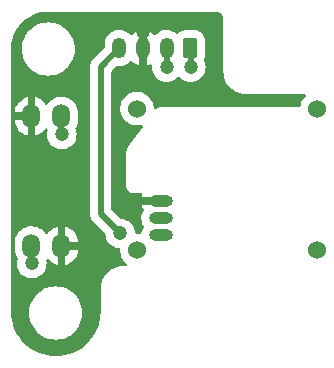
<source format=gbr>
G04 #@! TF.GenerationSoftware,KiCad,Pcbnew,5.99.0-unknown-bf85ddd577~142~ubuntu20.04.1*
G04 #@! TF.CreationDate,2021-11-09T17:07:53-05:00*
G04 #@! TF.ProjectId,microTouch,6d696372-6f54-46f7-9563-682e6b696361,rev?*
G04 #@! TF.SameCoordinates,Original*
G04 #@! TF.FileFunction,Copper,L2,Bot*
G04 #@! TF.FilePolarity,Positive*
%FSLAX46Y46*%
G04 Gerber Fmt 4.6, Leading zero omitted, Abs format (unit mm)*
G04 Created by KiCad (PCBNEW 5.99.0-unknown-bf85ddd577~142~ubuntu20.04.1) date 2021-11-09 17:07:53*
%MOMM*%
%LPD*%
G01*
G04 APERTURE LIST*
G04 Aperture macros list*
%AMRoundRect*
0 Rectangle with rounded corners*
0 $1 Rounding radius*
0 $2 $3 $4 $5 $6 $7 $8 $9 X,Y pos of 4 corners*
0 Add a 4 corners polygon primitive as box body*
4,1,4,$2,$3,$4,$5,$6,$7,$8,$9,$2,$3,0*
0 Add four circle primitives for the rounded corners*
1,1,$1+$1,$2,$3*
1,1,$1+$1,$4,$5*
1,1,$1+$1,$6,$7*
1,1,$1+$1,$8,$9*
0 Add four rect primitives between the rounded corners*
20,1,$1+$1,$2,$3,$4,$5,0*
20,1,$1+$1,$4,$5,$6,$7,0*
20,1,$1+$1,$6,$7,$8,$9,0*
20,1,$1+$1,$8,$9,$2,$3,0*%
G04 Aperture macros list end*
G04 #@! TA.AperFunction,ComponentPad*
%ADD10O,1.524000X2.000000*%
G04 #@! TD*
G04 #@! TA.AperFunction,ComponentPad*
%ADD11O,2.000000X1.000000*%
G04 #@! TD*
G04 #@! TA.AperFunction,WasherPad*
%ADD12C,1.524000*%
G04 #@! TD*
G04 #@! TA.AperFunction,ComponentPad*
%ADD13RoundRect,0.250000X0.350000X0.625000X-0.350000X0.625000X-0.350000X-0.625000X0.350000X-0.625000X0*%
G04 #@! TD*
G04 #@! TA.AperFunction,ComponentPad*
%ADD14O,1.200000X1.750000*%
G04 #@! TD*
G04 #@! TA.AperFunction,ViaPad*
%ADD15C,1.200000*%
G04 #@! TD*
G04 #@! TA.AperFunction,Conductor*
%ADD16C,0.500000*%
G04 #@! TD*
G04 APERTURE END LIST*
D10*
G04 #@! TO.P,U1,1,A*
G04 #@! TO.N,Net-(R1-Pad2)*
X100818000Y-106826000D03*
G04 #@! TO.P,U1,2,K*
G04 #@! TO.N,GND*
X103358000Y-106826000D03*
G04 #@! TO.P,U1,3*
G04 #@! TO.N,/SIG*
X103358000Y-95866000D03*
G04 #@! TO.P,U1,4*
G04 #@! TO.N,GND*
X100818000Y-95866000D03*
G04 #@! TD*
D11*
G04 #@! TO.P,J1,3,Pin_3*
G04 #@! TO.N,GND*
X111749000Y-103019000D03*
G04 #@! TO.P,J1,2,Pin_2*
G04 #@! TO.N,/VCC*
X111749000Y-104469000D03*
G04 #@! TO.P,J1,1,Pin_1*
G04 #@! TO.N,/SERVO*
X111749000Y-105919000D03*
D12*
G04 #@! TO.P,J1,*
G04 #@! TO.N,*
X109749000Y-95219000D03*
X124989000Y-95219000D03*
X124989000Y-107219000D03*
X109749000Y-107219000D03*
G04 #@! TD*
D13*
G04 #@! TO.P,J2,1,Pin_1*
G04 #@! TO.N,/VCC*
X114252000Y-90085000D03*
D14*
G04 #@! TO.P,J2,2,Pin_2*
G04 #@! TO.N,/SIG*
X112252000Y-90085000D03*
G04 #@! TO.P,J2,3,Pin_3*
G04 #@! TO.N,GND*
X110252000Y-90085000D03*
G04 #@! TO.P,J2,4,Pin_4*
G04 #@! TO.N,/SERVO*
X108252000Y-90085000D03*
G04 #@! TD*
D15*
G04 #@! TO.N,GND*
X104902000Y-99314000D03*
G04 #@! TO.N,Net-(R1-Pad2)*
X100838000Y-108331000D03*
G04 #@! TO.N,GND*
X110236000Y-88773000D03*
X104648000Y-104394000D03*
X109347000Y-102997000D03*
G04 #@! TO.N,/VCC*
X114300000Y-91694000D03*
G04 #@! TO.N,/SIG*
X112268000Y-91694000D03*
G04 #@! TO.N,/SERVO*
X108331000Y-105791000D03*
G04 #@! TO.N,/SIG*
X103378000Y-97409000D03*
G04 #@! TD*
D16*
G04 #@! TO.N,Net-(R1-Pad2)*
X100838000Y-108331000D02*
X100818000Y-108311000D01*
X100818000Y-108311000D02*
X100818000Y-106426000D01*
G04 #@! TO.N,/SIG*
X103378000Y-97409000D02*
X103358000Y-97389000D01*
X103358000Y-97389000D02*
X103358000Y-96266000D01*
G04 #@! TO.N,/SERVO*
X108331000Y-105791000D02*
X106680000Y-104140000D01*
X106680000Y-104140000D02*
X106680000Y-91657000D01*
X106680000Y-91657000D02*
X108252000Y-90085000D01*
G04 #@! TO.N,/VCC*
X114300000Y-91694000D02*
X114300000Y-90133000D01*
X114300000Y-90133000D02*
X114252000Y-90085000D01*
G04 #@! TO.N,/SIG*
X112268000Y-90101000D02*
X112252000Y-90085000D01*
X112268000Y-91694000D02*
X112268000Y-90101000D01*
G04 #@! TD*
G04 #@! TA.AperFunction,Conductor*
G04 #@! TO.N,GND*
G36*
X116415317Y-87011078D02*
G01*
X116435587Y-87013747D01*
X116435591Y-87013747D01*
X116443118Y-87014738D01*
X116453852Y-87013553D01*
X116481782Y-87013584D01*
X116539815Y-87020123D01*
X116573833Y-87023956D01*
X116601335Y-87030233D01*
X116705587Y-87066712D01*
X116731001Y-87078951D01*
X116815430Y-87132001D01*
X116824519Y-87137712D01*
X116846578Y-87155304D01*
X116924670Y-87233396D01*
X116942262Y-87255455D01*
X117001022Y-87348971D01*
X117013262Y-87374387D01*
X117049740Y-87478635D01*
X117056018Y-87506140D01*
X117065650Y-87591620D01*
X117065493Y-87608004D01*
X117066307Y-87608013D01*
X117066228Y-87615611D01*
X117065236Y-87623142D01*
X117066070Y-87630692D01*
X117069213Y-87659165D01*
X117069974Y-87672992D01*
X117069974Y-92019832D01*
X117068717Y-92037586D01*
X117065344Y-92061286D01*
X117065200Y-92074999D01*
X117065696Y-92079095D01*
X117065696Y-92079099D01*
X117066211Y-92083350D01*
X117066854Y-92090251D01*
X117081693Y-92316657D01*
X117082315Y-92326148D01*
X117083117Y-92330181D01*
X117083118Y-92330187D01*
X117130611Y-92568949D01*
X117131417Y-92572999D01*
X117132744Y-92576908D01*
X117132745Y-92576912D01*
X117195040Y-92760427D01*
X117212319Y-92811329D01*
X117323637Y-93037060D01*
X117463467Y-93246330D01*
X117629415Y-93435559D01*
X117818644Y-93601507D01*
X118027914Y-93741337D01*
X118031613Y-93743161D01*
X118031618Y-93743164D01*
X118146814Y-93799972D01*
X118253645Y-93852655D01*
X118257550Y-93853980D01*
X118257551Y-93853981D01*
X118488062Y-93932229D01*
X118488066Y-93932230D01*
X118491975Y-93933557D01*
X118496019Y-93934361D01*
X118496025Y-93934363D01*
X118734787Y-93981856D01*
X118734793Y-93981857D01*
X118738826Y-93982659D01*
X118742931Y-93982928D01*
X118742938Y-93982929D01*
X118829573Y-93988607D01*
X118899801Y-93993210D01*
X118901537Y-93993377D01*
X118907860Y-93995000D01*
X118922988Y-93995000D01*
X118931228Y-93995270D01*
X118939022Y-93995781D01*
X118953144Y-93996706D01*
X118962643Y-93997692D01*
X118976262Y-93999630D01*
X118982925Y-93999700D01*
X118985842Y-93999731D01*
X118985848Y-93999731D01*
X118989975Y-93999774D01*
X119021879Y-93995913D01*
X119037018Y-93995000D01*
X123910132Y-93995000D01*
X123978253Y-94015002D01*
X124024746Y-94068658D01*
X124034850Y-94138932D01*
X124001226Y-94208050D01*
X123953496Y-94257997D01*
X123896701Y-94317430D01*
X123887519Y-94327038D01*
X123884605Y-94331310D01*
X123884604Y-94331311D01*
X123867272Y-94356719D01*
X123756629Y-94518916D01*
X123658835Y-94729595D01*
X123657453Y-94734577D01*
X123657453Y-94734578D01*
X123655586Y-94741310D01*
X123596764Y-94953417D01*
X123593121Y-94987511D01*
X123592279Y-94995388D01*
X123565152Y-95060998D01*
X123506860Y-95101526D01*
X123466992Y-95108000D01*
X111782715Y-95108000D01*
X111775343Y-95107784D01*
X111766561Y-95107269D01*
X111716053Y-95104309D01*
X111708273Y-95105828D01*
X111708270Y-95105828D01*
X111661034Y-95115050D01*
X111652684Y-95116391D01*
X111604932Y-95122423D01*
X111604929Y-95122424D01*
X111597067Y-95123417D01*
X111589697Y-95126335D01*
X111587361Y-95127260D01*
X111565118Y-95133775D01*
X111562643Y-95134258D01*
X111562642Y-95134258D01*
X111554868Y-95135776D01*
X111547712Y-95139181D01*
X111547709Y-95139182D01*
X111504252Y-95159859D01*
X111496501Y-95163233D01*
X111451744Y-95180954D01*
X111451739Y-95180957D01*
X111444371Y-95183874D01*
X111435924Y-95190012D01*
X111415997Y-95201853D01*
X111406572Y-95206338D01*
X111367203Y-95239193D01*
X111302090Y-95267482D01*
X111232015Y-95256078D01*
X111179230Y-95208598D01*
X111160897Y-95152779D01*
X111150716Y-95028949D01*
X111147309Y-94987511D01*
X111106504Y-94825059D01*
X111091984Y-94767251D01*
X111091983Y-94767247D01*
X111090725Y-94762240D01*
X111088668Y-94757510D01*
X111088666Y-94757503D01*
X111000168Y-94553971D01*
X111000166Y-94553968D01*
X110998108Y-94549234D01*
X110892224Y-94385562D01*
X110874755Y-94358559D01*
X110874753Y-94358556D01*
X110871945Y-94354216D01*
X110843815Y-94323301D01*
X110719102Y-94186244D01*
X110719100Y-94186243D01*
X110715624Y-94182422D01*
X110711573Y-94179223D01*
X110711569Y-94179219D01*
X110537399Y-94041668D01*
X110537394Y-94041665D01*
X110533345Y-94038467D01*
X110528829Y-94035974D01*
X110528826Y-94035972D01*
X110334525Y-93928712D01*
X110334521Y-93928710D01*
X110330001Y-93926215D01*
X110325132Y-93924491D01*
X110325128Y-93924489D01*
X110115923Y-93850406D01*
X110115921Y-93850405D01*
X110111054Y-93848682D01*
X109996719Y-93828315D01*
X109887472Y-93808855D01*
X109887468Y-93808855D01*
X109882384Y-93807949D01*
X109809601Y-93807060D01*
X109655301Y-93805175D01*
X109655299Y-93805175D01*
X109650131Y-93805112D01*
X109420534Y-93840245D01*
X109199758Y-93912406D01*
X109159127Y-93933557D01*
X109006942Y-94012780D01*
X108993733Y-94019656D01*
X108989600Y-94022759D01*
X108989597Y-94022761D01*
X108834871Y-94138932D01*
X108807990Y-94159115D01*
X108804418Y-94162853D01*
X108656701Y-94317430D01*
X108647519Y-94327038D01*
X108644605Y-94331310D01*
X108644604Y-94331311D01*
X108627272Y-94356719D01*
X108516629Y-94518916D01*
X108418835Y-94729595D01*
X108417453Y-94734577D01*
X108417453Y-94734578D01*
X108415586Y-94741310D01*
X108356764Y-94953417D01*
X108332082Y-95184371D01*
X108332379Y-95189524D01*
X108332379Y-95189527D01*
X108343889Y-95389148D01*
X108345452Y-95416256D01*
X108346589Y-95421302D01*
X108346590Y-95421308D01*
X108374324Y-95544369D01*
X108396516Y-95642843D01*
X108483902Y-95858047D01*
X108605262Y-96056090D01*
X108757338Y-96231651D01*
X108936047Y-96380018D01*
X109136587Y-96497204D01*
X109353574Y-96580064D01*
X109358640Y-96581095D01*
X109358641Y-96581095D01*
X109413152Y-96592185D01*
X109581181Y-96626371D01*
X109712296Y-96631179D01*
X109808131Y-96634693D01*
X109808135Y-96634693D01*
X109813295Y-96634882D01*
X109818415Y-96634226D01*
X109818417Y-96634226D01*
X109931357Y-96619758D01*
X110043682Y-96605369D01*
X110048632Y-96603884D01*
X110048641Y-96603882D01*
X110077993Y-96595076D01*
X110148989Y-96594660D01*
X110208939Y-96632693D01*
X110238809Y-96697100D01*
X110229117Y-96767432D01*
X110216454Y-96789380D01*
X109186572Y-98219772D01*
X108976008Y-98512222D01*
X108965606Y-98524852D01*
X108949385Y-98542125D01*
X108949382Y-98542129D01*
X108943960Y-98547903D01*
X108923874Y-98584438D01*
X108923255Y-98585490D01*
X108922608Y-98586389D01*
X108903839Y-98620881D01*
X108903578Y-98621356D01*
X108868515Y-98685134D01*
X108868512Y-98685141D01*
X108864842Y-98691817D01*
X108864489Y-98693192D01*
X108863812Y-98694436D01*
X108844107Y-98772575D01*
X108824000Y-98850886D01*
X108824000Y-98852307D01*
X108823654Y-98853679D01*
X108823687Y-98861298D01*
X108823999Y-98934045D01*
X108824000Y-98934586D01*
X108824000Y-101653650D01*
X108821768Y-101677258D01*
X108820127Y-101685862D01*
X108823751Y-101743463D01*
X108824000Y-101751375D01*
X108824000Y-101767894D01*
X108824496Y-101771820D01*
X108826070Y-101784280D01*
X108826814Y-101792155D01*
X108830439Y-101849766D01*
X108833146Y-101858096D01*
X108838318Y-101881233D01*
X108839417Y-101889933D01*
X108842334Y-101897299D01*
X108842335Y-101897305D01*
X108860670Y-101943612D01*
X108863351Y-101951060D01*
X108881188Y-102005956D01*
X108885883Y-102013354D01*
X108896649Y-102034484D01*
X108899874Y-102042629D01*
X108904532Y-102049040D01*
X108904533Y-102049042D01*
X108933805Y-102089331D01*
X108938254Y-102095878D01*
X108969186Y-102144619D01*
X108974966Y-102150047D01*
X108975575Y-102150619D01*
X108991254Y-102168404D01*
X108991742Y-102169076D01*
X108991748Y-102169082D01*
X108996405Y-102175492D01*
X109002513Y-102180545D01*
X109040882Y-102212287D01*
X109046818Y-102217520D01*
X109083127Y-102251616D01*
X109088903Y-102257040D01*
X109095846Y-102260857D01*
X109095847Y-102260858D01*
X109096584Y-102261263D01*
X109116190Y-102274588D01*
X109116835Y-102275122D01*
X109116842Y-102275126D01*
X109122945Y-102280175D01*
X109175200Y-102304764D01*
X109182213Y-102308338D01*
X109232817Y-102336158D01*
X109240493Y-102338129D01*
X109240496Y-102338130D01*
X109241306Y-102338338D01*
X109263622Y-102346373D01*
X109271543Y-102350100D01*
X109321426Y-102359615D01*
X109328244Y-102360916D01*
X109335972Y-102362643D01*
X109391886Y-102377000D01*
X109400650Y-102377000D01*
X109424258Y-102379232D01*
X109432862Y-102380873D01*
X109490464Y-102377249D01*
X109498375Y-102377000D01*
X110080973Y-102377000D01*
X110149094Y-102397002D01*
X110195587Y-102450658D01*
X110205691Y-102520932D01*
X110198003Y-102549690D01*
X110145107Y-102682273D01*
X110145719Y-102689107D01*
X110160871Y-102694000D01*
X110984000Y-102694000D01*
X111052121Y-102714002D01*
X111098614Y-102767658D01*
X111110000Y-102820000D01*
X111110000Y-103217357D01*
X111089998Y-103285478D01*
X111036342Y-103331971D01*
X111018200Y-103338627D01*
X111015920Y-103339270D01*
X110981720Y-103344000D01*
X110161164Y-103344000D01*
X110147633Y-103347973D01*
X110146759Y-103354056D01*
X110204582Y-103510793D01*
X110209532Y-103521171D01*
X110304503Y-103680804D01*
X110322143Y-103749575D01*
X110302780Y-103812462D01*
X110222587Y-103939561D01*
X110219505Y-103944446D01*
X110141152Y-104140840D01*
X110140027Y-104146497D01*
X110140025Y-104146503D01*
X110110482Y-104295031D01*
X110099901Y-104348225D01*
X110099825Y-104354000D01*
X110099825Y-104354004D01*
X110099236Y-104399025D01*
X110097133Y-104559654D01*
X110132941Y-104768047D01*
X110206127Y-104966425D01*
X110209079Y-104971386D01*
X110209079Y-104971387D01*
X110304204Y-105131278D01*
X110321844Y-105200049D01*
X110302481Y-105262936D01*
X110224330Y-105386799D01*
X110219505Y-105394446D01*
X110141152Y-105590840D01*
X110138500Y-105604175D01*
X110114682Y-105723914D01*
X110081774Y-105786823D01*
X110020079Y-105821955D01*
X109969006Y-105823379D01*
X109887472Y-105808855D01*
X109887468Y-105808855D01*
X109882384Y-105807949D01*
X109846915Y-105807516D01*
X109701487Y-105805739D01*
X109633615Y-105784906D01*
X109587782Y-105730686D01*
X109577505Y-105690730D01*
X109570546Y-105611187D01*
X109567207Y-105573023D01*
X109519357Y-105394446D01*
X109511998Y-105366980D01*
X109511997Y-105366978D01*
X109510575Y-105361670D01*
X109508252Y-105356688D01*
X109420425Y-105168343D01*
X109420423Y-105168340D01*
X109418102Y-105163362D01*
X109292598Y-104984123D01*
X109137877Y-104829402D01*
X109133369Y-104826245D01*
X109133366Y-104826243D01*
X108963148Y-104707055D01*
X108963146Y-104707054D01*
X108958639Y-104703898D01*
X108953657Y-104701575D01*
X108953652Y-104701572D01*
X108765312Y-104613748D01*
X108765311Y-104613747D01*
X108760330Y-104611425D01*
X108755022Y-104610003D01*
X108755020Y-104610002D01*
X108679531Y-104589775D01*
X108548977Y-104554793D01*
X108396656Y-104541467D01*
X108330537Y-104515604D01*
X108318542Y-104505042D01*
X107617405Y-103803906D01*
X107583380Y-103741593D01*
X107580500Y-103714810D01*
X107580500Y-92082190D01*
X107600502Y-92014069D01*
X107617405Y-91993095D01*
X107971786Y-91638714D01*
X108034098Y-91604688D01*
X108068501Y-91603540D01*
X108068585Y-91602085D01*
X108285831Y-91614611D01*
X108285834Y-91614611D01*
X108291438Y-91614934D01*
X108513044Y-91588117D01*
X108726400Y-91522481D01*
X108924759Y-91420099D01*
X108929201Y-91416690D01*
X108929205Y-91416688D01*
X109097410Y-91287620D01*
X109101854Y-91284210D01*
X109105625Y-91280065D01*
X109105629Y-91280062D01*
X109158455Y-91222007D01*
X109219095Y-91185084D01*
X109290071Y-91186807D01*
X109339334Y-91216322D01*
X109458142Y-91331456D01*
X109466824Y-91338486D01*
X109642721Y-91456684D01*
X109652510Y-91462065D01*
X109846553Y-91547245D01*
X109857141Y-91550808D01*
X109909383Y-91563350D01*
X109923469Y-91562645D01*
X109927000Y-91553765D01*
X109927000Y-91549804D01*
X110577000Y-91549804D01*
X110580973Y-91563335D01*
X110588421Y-91564406D01*
X110720848Y-91523665D01*
X110731203Y-91519440D01*
X110838785Y-91463912D01*
X110908492Y-91450442D01*
X110974415Y-91476797D01*
X111015625Y-91534609D01*
X111022096Y-91586858D01*
X111019801Y-91613096D01*
X111012723Y-91694000D01*
X111031793Y-91911977D01*
X111053529Y-91993095D01*
X111078634Y-92086788D01*
X111088425Y-92123330D01*
X111180898Y-92321638D01*
X111306402Y-92500877D01*
X111461123Y-92655598D01*
X111465631Y-92658755D01*
X111465634Y-92658757D01*
X111536133Y-92708121D01*
X111640361Y-92781102D01*
X111645343Y-92783425D01*
X111645348Y-92783428D01*
X111833688Y-92871252D01*
X111838670Y-92873575D01*
X111843978Y-92874997D01*
X111843980Y-92874998D01*
X111909745Y-92892620D01*
X112050023Y-92930207D01*
X112268000Y-92949277D01*
X112485977Y-92930207D01*
X112626255Y-92892620D01*
X112692020Y-92874998D01*
X112692022Y-92874997D01*
X112697330Y-92873575D01*
X112702312Y-92871252D01*
X112890652Y-92783428D01*
X112890657Y-92783425D01*
X112895639Y-92781102D01*
X112999867Y-92708121D01*
X113070366Y-92658757D01*
X113070369Y-92658755D01*
X113074877Y-92655598D01*
X113194905Y-92535570D01*
X113257217Y-92501544D01*
X113328032Y-92506609D01*
X113373095Y-92535570D01*
X113493123Y-92655598D01*
X113497631Y-92658755D01*
X113497634Y-92658757D01*
X113568133Y-92708121D01*
X113672361Y-92781102D01*
X113677343Y-92783425D01*
X113677348Y-92783428D01*
X113865688Y-92871252D01*
X113870670Y-92873575D01*
X113875978Y-92874997D01*
X113875980Y-92874998D01*
X113941745Y-92892620D01*
X114082023Y-92930207D01*
X114300000Y-92949277D01*
X114517977Y-92930207D01*
X114658255Y-92892620D01*
X114724020Y-92874998D01*
X114724022Y-92874997D01*
X114729330Y-92873575D01*
X114734312Y-92871252D01*
X114922652Y-92783428D01*
X114922657Y-92783425D01*
X114927639Y-92781102D01*
X115031867Y-92708121D01*
X115102366Y-92658757D01*
X115102369Y-92658755D01*
X115106877Y-92655598D01*
X115261598Y-92500877D01*
X115387102Y-92321638D01*
X115479575Y-92123330D01*
X115489367Y-92086788D01*
X115514471Y-91993095D01*
X115536207Y-91911977D01*
X115555277Y-91694000D01*
X115536207Y-91476023D01*
X115486018Y-91288716D01*
X115480998Y-91269980D01*
X115480997Y-91269978D01*
X115479575Y-91264670D01*
X115434089Y-91167125D01*
X115423428Y-91096933D01*
X115436017Y-91056673D01*
X115444322Y-91040372D01*
X115447320Y-91034488D01*
X115456794Y-90999129D01*
X115494818Y-90857223D01*
X115494819Y-90857217D01*
X115496312Y-90851645D01*
X115502500Y-90773021D01*
X115502499Y-89396980D01*
X115496312Y-89318355D01*
X115447320Y-89135512D01*
X115401732Y-89046040D01*
X115364380Y-88972732D01*
X115364378Y-88972729D01*
X115361383Y-88966851D01*
X115357230Y-88961722D01*
X115357227Y-88961718D01*
X115246412Y-88824874D01*
X115242257Y-88819743D01*
X115153357Y-88747753D01*
X115100282Y-88704773D01*
X115100278Y-88704770D01*
X115095149Y-88700617D01*
X115089271Y-88697622D01*
X115089268Y-88697620D01*
X115012334Y-88658420D01*
X114926488Y-88614680D01*
X114920114Y-88612972D01*
X114749223Y-88567182D01*
X114749217Y-88567181D01*
X114743645Y-88565688D01*
X114733747Y-88564909D01*
X114667477Y-88559693D01*
X114667470Y-88559693D01*
X114665021Y-88559500D01*
X114252168Y-88559500D01*
X113838980Y-88559501D01*
X113790057Y-88563351D01*
X113766109Y-88565235D01*
X113766107Y-88565235D01*
X113760355Y-88565688D01*
X113702429Y-88581209D01*
X113604850Y-88607355D01*
X113577512Y-88614680D01*
X113491666Y-88658420D01*
X113414732Y-88697620D01*
X113414729Y-88697622D01*
X113408851Y-88700617D01*
X113403722Y-88704770D01*
X113403718Y-88704773D01*
X113350643Y-88747753D01*
X113261743Y-88819743D01*
X113252527Y-88831124D01*
X113245290Y-88840061D01*
X113186876Y-88880412D01*
X113115918Y-88882776D01*
X113059685Y-88851247D01*
X113046180Y-88838159D01*
X113046172Y-88838153D01*
X113042146Y-88834251D01*
X112856868Y-88709750D01*
X112836063Y-88700617D01*
X112715102Y-88647519D01*
X112652471Y-88620026D01*
X112647023Y-88618718D01*
X112647017Y-88618716D01*
X112440872Y-88569225D01*
X112440871Y-88569225D01*
X112435415Y-88567915D01*
X112351197Y-88563059D01*
X112218169Y-88555389D01*
X112218166Y-88555389D01*
X112212562Y-88555066D01*
X111990956Y-88581883D01*
X111777600Y-88647519D01*
X111579241Y-88749901D01*
X111574799Y-88753310D01*
X111574795Y-88753312D01*
X111411213Y-88878833D01*
X111402146Y-88885790D01*
X111398376Y-88889933D01*
X111398371Y-88889938D01*
X111345545Y-88947993D01*
X111284905Y-88984916D01*
X111213929Y-88983193D01*
X111164666Y-88953678D01*
X111045858Y-88838544D01*
X111037176Y-88831514D01*
X110861279Y-88713316D01*
X110851490Y-88707935D01*
X110657447Y-88622755D01*
X110646859Y-88619192D01*
X110594617Y-88606650D01*
X110580531Y-88607355D01*
X110577000Y-88616235D01*
X110577000Y-91549804D01*
X109927000Y-91549804D01*
X109927000Y-88620196D01*
X109923027Y-88606665D01*
X109915579Y-88605594D01*
X109783152Y-88646335D01*
X109772807Y-88650556D01*
X109584493Y-88747753D01*
X109575062Y-88753738D01*
X109406929Y-88882750D01*
X109398712Y-88890306D01*
X109346240Y-88947972D01*
X109285600Y-88984894D01*
X109214624Y-88983171D01*
X109165362Y-88953656D01*
X109046174Y-88838154D01*
X109046171Y-88838152D01*
X109042146Y-88834251D01*
X108856868Y-88709750D01*
X108836063Y-88700617D01*
X108715102Y-88647519D01*
X108652471Y-88620026D01*
X108647023Y-88618718D01*
X108647017Y-88618716D01*
X108440872Y-88569225D01*
X108440871Y-88569225D01*
X108435415Y-88567915D01*
X108351197Y-88563059D01*
X108218169Y-88555389D01*
X108218166Y-88555389D01*
X108212562Y-88555066D01*
X107990956Y-88581883D01*
X107777600Y-88647519D01*
X107579241Y-88749901D01*
X107574799Y-88753310D01*
X107574795Y-88753312D01*
X107411213Y-88878833D01*
X107402146Y-88885790D01*
X107251914Y-89050893D01*
X107133293Y-89239990D01*
X107050034Y-89447105D01*
X107048897Y-89452593D01*
X107048896Y-89452598D01*
X107020926Y-89587661D01*
X107004767Y-89665690D01*
X107001500Y-89722349D01*
X107001500Y-90009809D01*
X106981498Y-90077930D01*
X106964596Y-90098904D01*
X106100376Y-90963125D01*
X106085341Y-90975966D01*
X106074129Y-90984112D01*
X106069716Y-90989014D01*
X106069714Y-90989015D01*
X106028771Y-91034487D01*
X106024230Y-91039271D01*
X106009881Y-91053620D01*
X106007805Y-91056184D01*
X105997099Y-91069404D01*
X105992815Y-91074420D01*
X105947467Y-91124784D01*
X105940534Y-91136791D01*
X105929339Y-91153080D01*
X105920617Y-91163851D01*
X105917621Y-91169731D01*
X105917619Y-91169734D01*
X105889849Y-91224234D01*
X105886703Y-91230029D01*
X105869580Y-91259688D01*
X105852821Y-91288716D01*
X105849914Y-91297664D01*
X105848536Y-91301903D01*
X105840973Y-91320160D01*
X105834680Y-91332512D01*
X105832972Y-91338885D01*
X105832970Y-91338891D01*
X105817138Y-91397975D01*
X105815265Y-91404299D01*
X105796496Y-91462065D01*
X105794326Y-91468744D01*
X105793636Y-91475305D01*
X105793636Y-91475307D01*
X105792878Y-91482521D01*
X105789275Y-91501963D01*
X105785687Y-91515354D01*
X105785342Y-91521943D01*
X105785341Y-91521948D01*
X105782142Y-91583017D01*
X105781624Y-91589600D01*
X105779844Y-91606530D01*
X105779843Y-91606541D01*
X105779500Y-91609808D01*
X105779500Y-91630126D01*
X105779327Y-91636720D01*
X105779223Y-91638714D01*
X105775781Y-91704388D01*
X105776813Y-91710904D01*
X105777949Y-91718076D01*
X105779500Y-91737787D01*
X105779500Y-104059213D01*
X105777949Y-104078923D01*
X105775781Y-104092612D01*
X105776126Y-104099200D01*
X105776126Y-104099204D01*
X105779327Y-104160280D01*
X105779500Y-104166874D01*
X105779500Y-104187192D01*
X105779843Y-104190459D01*
X105779844Y-104190470D01*
X105781624Y-104207400D01*
X105782141Y-104213966D01*
X105785687Y-104281646D01*
X105789274Y-104295031D01*
X105792878Y-104314479D01*
X105794326Y-104328256D01*
X105796366Y-104334533D01*
X105796366Y-104334535D01*
X105815265Y-104392701D01*
X105817138Y-104399025D01*
X105832970Y-104458109D01*
X105832972Y-104458115D01*
X105834680Y-104464488D01*
X105837676Y-104470367D01*
X105837677Y-104470371D01*
X105840973Y-104476840D01*
X105848536Y-104495097D01*
X105852821Y-104508284D01*
X105856121Y-104513999D01*
X105856121Y-104514000D01*
X105886703Y-104566971D01*
X105889849Y-104572766D01*
X105917619Y-104627266D01*
X105920617Y-104633149D01*
X105924771Y-104638278D01*
X105924771Y-104638279D01*
X105929339Y-104643920D01*
X105940534Y-104660209D01*
X105947467Y-104672216D01*
X105951888Y-104677126D01*
X105992815Y-104722580D01*
X105997099Y-104727596D01*
X106009881Y-104743380D01*
X106024230Y-104757729D01*
X106028771Y-104762513D01*
X106074129Y-104812888D01*
X106085351Y-104821041D01*
X106100373Y-104833872D01*
X107045043Y-105778543D01*
X107079067Y-105840853D01*
X107081467Y-105856652D01*
X107094793Y-106008977D01*
X107126033Y-106125565D01*
X107141268Y-106182422D01*
X107151425Y-106220330D01*
X107153747Y-106225310D01*
X107153748Y-106225312D01*
X107215883Y-106358559D01*
X107243898Y-106418638D01*
X107369402Y-106597877D01*
X107524123Y-106752598D01*
X107528631Y-106755755D01*
X107528634Y-106755757D01*
X107698852Y-106874945D01*
X107703361Y-106878102D01*
X107708343Y-106880425D01*
X107708348Y-106880428D01*
X107896688Y-106968252D01*
X107901670Y-106970575D01*
X107906978Y-106971997D01*
X107906980Y-106971998D01*
X107964876Y-106987511D01*
X108113023Y-107027207D01*
X108171654Y-107032336D01*
X108218739Y-107036456D01*
X108284857Y-107062320D01*
X108326496Y-107119823D01*
X108333044Y-107175363D01*
X108332871Y-107176988D01*
X108332082Y-107184371D01*
X108332379Y-107189524D01*
X108332379Y-107189527D01*
X108337877Y-107284885D01*
X108345452Y-107416256D01*
X108346589Y-107421302D01*
X108346590Y-107421308D01*
X108361434Y-107487175D01*
X108396516Y-107642843D01*
X108438160Y-107745399D01*
X108475261Y-107836766D01*
X108483902Y-107858047D01*
X108605262Y-108056090D01*
X108757338Y-108231651D01*
X108761313Y-108234951D01*
X108761317Y-108234955D01*
X108896344Y-108347056D01*
X108935979Y-108405959D01*
X108937477Y-108476939D01*
X108900362Y-108537462D01*
X108836418Y-108568311D01*
X108815859Y-108570000D01*
X108640168Y-108570000D01*
X108622414Y-108568743D01*
X108602797Y-108565951D01*
X108602796Y-108565951D01*
X108598714Y-108565370D01*
X108592145Y-108565301D01*
X108589133Y-108565269D01*
X108589127Y-108565269D01*
X108585001Y-108565226D01*
X108580905Y-108565722D01*
X108580901Y-108565722D01*
X108579011Y-108565951D01*
X108576645Y-108566238D01*
X108569749Y-108566880D01*
X108337964Y-108582071D01*
X108337957Y-108582072D01*
X108333852Y-108582341D01*
X108329819Y-108583143D01*
X108329813Y-108583144D01*
X108091051Y-108630637D01*
X108091045Y-108630639D01*
X108087001Y-108631443D01*
X108083092Y-108632770D01*
X108083088Y-108632771D01*
X107852577Y-108711019D01*
X107848671Y-108712345D01*
X107751367Y-108760330D01*
X107626644Y-108821836D01*
X107626639Y-108821839D01*
X107622940Y-108823663D01*
X107413670Y-108963493D01*
X107224441Y-109129441D01*
X107058493Y-109318670D01*
X106918663Y-109527940D01*
X106916839Y-109531639D01*
X106916836Y-109531644D01*
X106889894Y-109586277D01*
X106807345Y-109753671D01*
X106806020Y-109757576D01*
X106806019Y-109757577D01*
X106747015Y-109931399D01*
X106726443Y-109992001D01*
X106725639Y-109996045D01*
X106725637Y-109996051D01*
X106680894Y-110220992D01*
X106677341Y-110238852D01*
X106677072Y-110242957D01*
X106677071Y-110242964D01*
X106666791Y-110399814D01*
X106666623Y-110401563D01*
X106665000Y-110407886D01*
X106665000Y-110423014D01*
X106664730Y-110431254D01*
X106663294Y-110453166D01*
X106662308Y-110462669D01*
X106660370Y-110476288D01*
X106660226Y-110490001D01*
X106660723Y-110494107D01*
X106664087Y-110521906D01*
X106665000Y-110537044D01*
X106665000Y-112343896D01*
X106663922Y-112360342D01*
X106660262Y-112388143D01*
X106661096Y-112395696D01*
X106662672Y-112409978D01*
X106663281Y-112429984D01*
X106647030Y-112760792D01*
X106645819Y-112773093D01*
X106597079Y-113101672D01*
X106592989Y-113129243D01*
X106590580Y-113141358D01*
X106528606Y-113388772D01*
X106503094Y-113490622D01*
X106499505Y-113502454D01*
X106378208Y-113841456D01*
X106373476Y-113852880D01*
X106219537Y-114178356D01*
X106213708Y-114189261D01*
X106028607Y-114498083D01*
X106021737Y-114508364D01*
X105807267Y-114797545D01*
X105799423Y-114807104D01*
X105557627Y-115073884D01*
X105548889Y-115082622D01*
X105286812Y-115320156D01*
X105282104Y-115324423D01*
X105272545Y-115332267D01*
X104983364Y-115546737D01*
X104973083Y-115553607D01*
X104664261Y-115738708D01*
X104653356Y-115744537D01*
X104327880Y-115898476D01*
X104316456Y-115903208D01*
X103977454Y-116024505D01*
X103965624Y-116028094D01*
X103616358Y-116115580D01*
X103604252Y-116117987D01*
X103248093Y-116170819D01*
X103235797Y-116172030D01*
X103072190Y-116180067D01*
X102876182Y-116189696D01*
X102863818Y-116189696D01*
X102667810Y-116180067D01*
X102504203Y-116172030D01*
X102491907Y-116170819D01*
X102135748Y-116117987D01*
X102123642Y-116115580D01*
X101774376Y-116028094D01*
X101762546Y-116024505D01*
X101423544Y-115903208D01*
X101412120Y-115898476D01*
X101086644Y-115744537D01*
X101075739Y-115738708D01*
X100766917Y-115553607D01*
X100756636Y-115546737D01*
X100467455Y-115332267D01*
X100457896Y-115324423D01*
X100453188Y-115320156D01*
X100191111Y-115082622D01*
X100182373Y-115073884D01*
X99940577Y-114807104D01*
X99932733Y-114797545D01*
X99718263Y-114508364D01*
X99711393Y-114498083D01*
X99526292Y-114189261D01*
X99520463Y-114178356D01*
X99366524Y-113852880D01*
X99361792Y-113841456D01*
X99240495Y-113502454D01*
X99236906Y-113490622D01*
X99211394Y-113388772D01*
X99149420Y-113141358D01*
X99147011Y-113129243D01*
X99142922Y-113101672D01*
X99094181Y-112773093D01*
X99092970Y-112760792D01*
X99081239Y-112522000D01*
X100614671Y-112522000D01*
X100614941Y-112526119D01*
X100630323Y-112760792D01*
X100633966Y-112816380D01*
X100691519Y-113105722D01*
X100692845Y-113109628D01*
X100692846Y-113109632D01*
X100703620Y-113141371D01*
X100786348Y-113385077D01*
X100916828Y-113649664D01*
X101080727Y-113894957D01*
X101083441Y-113898051D01*
X101083445Y-113898057D01*
X101272533Y-114113669D01*
X101275242Y-114116758D01*
X101278331Y-114119467D01*
X101493943Y-114308555D01*
X101493949Y-114308559D01*
X101497043Y-114311273D01*
X101500469Y-114313562D01*
X101500474Y-114313566D01*
X101684539Y-114436554D01*
X101742335Y-114475172D01*
X101746034Y-114476996D01*
X101746039Y-114476999D01*
X102003228Y-114603830D01*
X102006923Y-114605652D01*
X102010821Y-114606975D01*
X102010823Y-114606976D01*
X102282368Y-114699154D01*
X102282372Y-114699155D01*
X102286278Y-114700481D01*
X102290322Y-114701285D01*
X102290328Y-114701287D01*
X102571577Y-114757230D01*
X102571580Y-114757230D01*
X102575620Y-114758034D01*
X102579731Y-114758303D01*
X102579735Y-114758304D01*
X102865881Y-114777059D01*
X102870000Y-114777329D01*
X102874119Y-114777059D01*
X103160265Y-114758304D01*
X103160269Y-114758303D01*
X103164380Y-114758034D01*
X103168420Y-114757230D01*
X103168423Y-114757230D01*
X103449672Y-114701287D01*
X103449678Y-114701285D01*
X103453722Y-114700481D01*
X103457628Y-114699155D01*
X103457632Y-114699154D01*
X103729177Y-114606976D01*
X103729179Y-114606975D01*
X103733077Y-114605652D01*
X103736772Y-114603830D01*
X103993961Y-114476999D01*
X103993966Y-114476996D01*
X103997665Y-114475172D01*
X104055461Y-114436554D01*
X104239526Y-114313566D01*
X104239531Y-114313562D01*
X104242957Y-114311273D01*
X104246051Y-114308559D01*
X104246057Y-114308555D01*
X104461669Y-114119467D01*
X104464758Y-114116758D01*
X104467467Y-114113669D01*
X104656555Y-113898057D01*
X104656559Y-113898051D01*
X104659273Y-113894957D01*
X104823172Y-113649664D01*
X104953652Y-113385077D01*
X105036380Y-113141371D01*
X105047154Y-113109632D01*
X105047155Y-113109628D01*
X105048481Y-113105722D01*
X105106034Y-112816380D01*
X105109678Y-112760792D01*
X105125059Y-112526119D01*
X105125329Y-112522000D01*
X105117163Y-112397413D01*
X105106304Y-112231735D01*
X105106303Y-112231731D01*
X105106034Y-112227620D01*
X105048481Y-111938278D01*
X104953652Y-111658923D01*
X104823172Y-111394336D01*
X104659273Y-111149043D01*
X104656559Y-111145949D01*
X104656555Y-111145943D01*
X104467467Y-110930331D01*
X104464758Y-110927242D01*
X104461669Y-110924533D01*
X104246057Y-110735445D01*
X104246051Y-110735441D01*
X104242957Y-110732727D01*
X104239527Y-110730435D01*
X104239526Y-110730434D01*
X104001098Y-110571122D01*
X103997665Y-110568828D01*
X103993966Y-110567004D01*
X103993961Y-110567001D01*
X103736772Y-110440170D01*
X103736770Y-110440169D01*
X103733077Y-110438348D01*
X103623903Y-110401288D01*
X103457632Y-110344846D01*
X103457628Y-110344845D01*
X103453722Y-110343519D01*
X103449678Y-110342715D01*
X103449672Y-110342713D01*
X103168423Y-110286770D01*
X103168420Y-110286770D01*
X103164380Y-110285966D01*
X103160269Y-110285697D01*
X103160265Y-110285696D01*
X102874119Y-110266941D01*
X102870000Y-110266671D01*
X102865881Y-110266941D01*
X102579735Y-110285696D01*
X102579731Y-110285697D01*
X102575620Y-110285966D01*
X102571580Y-110286770D01*
X102571577Y-110286770D01*
X102290328Y-110342713D01*
X102290322Y-110342715D01*
X102286278Y-110343519D01*
X102282372Y-110344845D01*
X102282368Y-110344846D01*
X102116097Y-110401288D01*
X102006923Y-110438348D01*
X102003230Y-110440169D01*
X102003228Y-110440170D01*
X101746040Y-110567001D01*
X101746035Y-110567004D01*
X101742336Y-110568828D01*
X101497043Y-110732727D01*
X101493949Y-110735441D01*
X101493943Y-110735445D01*
X101278331Y-110924533D01*
X101275242Y-110927242D01*
X101272533Y-110930331D01*
X101083445Y-111145943D01*
X101083441Y-111145949D01*
X101080727Y-111149043D01*
X100916828Y-111394336D01*
X100786348Y-111658923D01*
X100691519Y-111938278D01*
X100633966Y-112227620D01*
X100633697Y-112231731D01*
X100633696Y-112231735D01*
X100622837Y-112397413D01*
X100614671Y-112522000D01*
X99081239Y-112522000D01*
X99077280Y-112441399D01*
X99078384Y-112417470D01*
X99079049Y-112412798D01*
X99079049Y-112412792D01*
X99079630Y-112408713D01*
X99079774Y-112395000D01*
X99075913Y-112363095D01*
X99075000Y-112347957D01*
X99075000Y-107124187D01*
X99405500Y-107124187D01*
X99405725Y-107126836D01*
X99419702Y-107291558D01*
X99420660Y-107302852D01*
X99421998Y-107308007D01*
X99421999Y-107308013D01*
X99475812Y-107515345D01*
X99480881Y-107534874D01*
X99483073Y-107539740D01*
X99483074Y-107539743D01*
X99503123Y-107584249D01*
X99579334Y-107753432D01*
X99626635Y-107823690D01*
X99632289Y-107832089D01*
X99653740Y-107899767D01*
X99649476Y-107935067D01*
X99629943Y-108007965D01*
X99601793Y-108113023D01*
X99582723Y-108331000D01*
X99601793Y-108548977D01*
X99658425Y-108760330D01*
X99660747Y-108765310D01*
X99660748Y-108765312D01*
X99689028Y-108825957D01*
X99750898Y-108958638D01*
X99876402Y-109137877D01*
X100031123Y-109292598D01*
X100035631Y-109295755D01*
X100035634Y-109295757D01*
X100205852Y-109414945D01*
X100210361Y-109418102D01*
X100215343Y-109420425D01*
X100215348Y-109420428D01*
X100403688Y-109508252D01*
X100408670Y-109510575D01*
X100413978Y-109511997D01*
X100413980Y-109511998D01*
X100460665Y-109524507D01*
X100620023Y-109567207D01*
X100838000Y-109586277D01*
X101055977Y-109567207D01*
X101215335Y-109524507D01*
X101262020Y-109511998D01*
X101262022Y-109511997D01*
X101267330Y-109510575D01*
X101272312Y-109508252D01*
X101460652Y-109420428D01*
X101460657Y-109420425D01*
X101465639Y-109418102D01*
X101470148Y-109414945D01*
X101640366Y-109295757D01*
X101640369Y-109295755D01*
X101644877Y-109292598D01*
X101799598Y-109137877D01*
X101925102Y-108958638D01*
X101986973Y-108825957D01*
X102015252Y-108765312D01*
X102015253Y-108765310D01*
X102017575Y-108760330D01*
X102074207Y-108548977D01*
X102093277Y-108331000D01*
X102074207Y-108113023D01*
X102072784Y-108107712D01*
X102072783Y-108107707D01*
X102071831Y-108104154D01*
X102071870Y-108102529D01*
X102071828Y-108102292D01*
X102071876Y-108102284D01*
X102073525Y-108033178D01*
X102113323Y-107974384D01*
X102178589Y-107946440D01*
X102248602Y-107958218D01*
X102284710Y-107984579D01*
X102415313Y-108121487D01*
X102423276Y-108128532D01*
X102606966Y-108265201D01*
X102616003Y-108270805D01*
X102820095Y-108374570D01*
X102829946Y-108378570D01*
X103015700Y-108436248D01*
X103029799Y-108436466D01*
X103033000Y-108429735D01*
X103033000Y-108420472D01*
X103683000Y-108420472D01*
X103686973Y-108434003D01*
X103697580Y-108435528D01*
X103760003Y-108422430D01*
X103770182Y-108419375D01*
X103983125Y-108335281D01*
X103992661Y-108330547D01*
X104188389Y-108211777D01*
X104196987Y-108205506D01*
X104369900Y-108055460D01*
X104377326Y-108047825D01*
X104522488Y-107870785D01*
X104528514Y-107862018D01*
X104641773Y-107663051D01*
X104646238Y-107653387D01*
X104724355Y-107438178D01*
X104727126Y-107427910D01*
X104768077Y-107201445D01*
X104769012Y-107193215D01*
X104769930Y-107173742D01*
X104770000Y-107170767D01*
X104770000Y-107169115D01*
X104765525Y-107153876D01*
X104764135Y-107152671D01*
X104756452Y-107151000D01*
X103701115Y-107151000D01*
X103685876Y-107155475D01*
X103684671Y-107156865D01*
X103683000Y-107164548D01*
X103683000Y-108420472D01*
X103033000Y-108420472D01*
X103033000Y-106482885D01*
X103683000Y-106482885D01*
X103687475Y-106498124D01*
X103688865Y-106499329D01*
X103696548Y-106501000D01*
X104749608Y-106501000D01*
X104764286Y-106496690D01*
X104766349Y-106484807D01*
X104755296Y-106354544D01*
X104753506Y-106344072D01*
X104695988Y-106122464D01*
X104692452Y-106112424D01*
X104598417Y-105903673D01*
X104593248Y-105894387D01*
X104465384Y-105704464D01*
X104458723Y-105696178D01*
X104300681Y-105530508D01*
X104292724Y-105523468D01*
X104109034Y-105386799D01*
X104099997Y-105381195D01*
X103895905Y-105277430D01*
X103886054Y-105273430D01*
X103700300Y-105215752D01*
X103686201Y-105215534D01*
X103683000Y-105222265D01*
X103683000Y-106482885D01*
X103033000Y-106482885D01*
X103033000Y-105231528D01*
X103029027Y-105217997D01*
X103018420Y-105216472D01*
X102955997Y-105229570D01*
X102945818Y-105232625D01*
X102732875Y-105316719D01*
X102723339Y-105321453D01*
X102527611Y-105440223D01*
X102519013Y-105446494D01*
X102346100Y-105596540D01*
X102338674Y-105604175D01*
X102193516Y-105781209D01*
X102189389Y-105787215D01*
X102134321Y-105832027D01*
X102063769Y-105839954D01*
X102000130Y-105808478D01*
X101981027Y-105786217D01*
X101939082Y-105723914D01*
X101922795Y-105699722D01*
X101906611Y-105682756D01*
X101761017Y-105530135D01*
X101757335Y-105526275D01*
X101649554Y-105446084D01*
X101569296Y-105386370D01*
X101569293Y-105386368D01*
X101565016Y-105383186D01*
X101433409Y-105316274D01*
X101356094Y-105276965D01*
X101356093Y-105276965D01*
X101351338Y-105274547D01*
X101122410Y-105203463D01*
X101117123Y-105202762D01*
X101117122Y-105202762D01*
X100890062Y-105172667D01*
X100890058Y-105172667D01*
X100884778Y-105171967D01*
X100879449Y-105172167D01*
X100879447Y-105172167D01*
X100765008Y-105176463D01*
X100645237Y-105180960D01*
X100410636Y-105230184D01*
X100405680Y-105232141D01*
X100405674Y-105232143D01*
X100246009Y-105295199D01*
X100187682Y-105318233D01*
X100182376Y-105321453D01*
X99987312Y-105439820D01*
X99987309Y-105439822D01*
X99982751Y-105442588D01*
X99978723Y-105446083D01*
X99978722Y-105446084D01*
X99817574Y-105585922D01*
X99801703Y-105599694D01*
X99798320Y-105603820D01*
X99798316Y-105603824D01*
X99653097Y-105780931D01*
X99653093Y-105780937D01*
X99649713Y-105785059D01*
X99647074Y-105789695D01*
X99647072Y-105789698D01*
X99582194Y-105903673D01*
X99531128Y-105993382D01*
X99449339Y-106218707D01*
X99448390Y-106223956D01*
X99448389Y-106223959D01*
X99444194Y-106247160D01*
X99406684Y-106454591D01*
X99405500Y-106479699D01*
X99405500Y-107124187D01*
X99075000Y-107124187D01*
X99075000Y-96207193D01*
X99409651Y-96207193D01*
X99420704Y-96337456D01*
X99422494Y-96347928D01*
X99480012Y-96569536D01*
X99483548Y-96579576D01*
X99577583Y-96788327D01*
X99582752Y-96797613D01*
X99710616Y-96987536D01*
X99717277Y-96995822D01*
X99875319Y-97161492D01*
X99883276Y-97168532D01*
X100066966Y-97305201D01*
X100076003Y-97310805D01*
X100280095Y-97414570D01*
X100289946Y-97418570D01*
X100475700Y-97476248D01*
X100489799Y-97476466D01*
X100493000Y-97469735D01*
X100493000Y-97460472D01*
X101143000Y-97460472D01*
X101146973Y-97474003D01*
X101157580Y-97475528D01*
X101220003Y-97462430D01*
X101230182Y-97459375D01*
X101443125Y-97375281D01*
X101452661Y-97370547D01*
X101648389Y-97251777D01*
X101656987Y-97245506D01*
X101829900Y-97095460D01*
X101837319Y-97087831D01*
X101960367Y-96937762D01*
X102019027Y-96897768D01*
X102089997Y-96895836D01*
X102150746Y-96932580D01*
X102181985Y-96996334D01*
X102179509Y-97050264D01*
X102141793Y-97191023D01*
X102122723Y-97409000D01*
X102141793Y-97626977D01*
X102198425Y-97838330D01*
X102290898Y-98036638D01*
X102416402Y-98215877D01*
X102571123Y-98370598D01*
X102575631Y-98373755D01*
X102575634Y-98373757D01*
X102745852Y-98492945D01*
X102750361Y-98496102D01*
X102755343Y-98498425D01*
X102755348Y-98498428D01*
X102943688Y-98586252D01*
X102948670Y-98588575D01*
X102953978Y-98589997D01*
X102953980Y-98589998D01*
X103019745Y-98607620D01*
X103160023Y-98645207D01*
X103378000Y-98664277D01*
X103595977Y-98645207D01*
X103736255Y-98607620D01*
X103802020Y-98589998D01*
X103802022Y-98589997D01*
X103807330Y-98588575D01*
X103812312Y-98586252D01*
X104000652Y-98498428D01*
X104000657Y-98498425D01*
X104005639Y-98496102D01*
X104010148Y-98492945D01*
X104180366Y-98373757D01*
X104180369Y-98373755D01*
X104184877Y-98370598D01*
X104339598Y-98215877D01*
X104465102Y-98036638D01*
X104557575Y-97838330D01*
X104614207Y-97626977D01*
X104633277Y-97409000D01*
X104614207Y-97191023D01*
X104557575Y-96979670D01*
X104552357Y-96968480D01*
X104541696Y-96898288D01*
X104557049Y-96852900D01*
X104644872Y-96698618D01*
X104726661Y-96473293D01*
X104727887Y-96466516D01*
X104754299Y-96320455D01*
X104769316Y-96237409D01*
X104770365Y-96215175D01*
X104770430Y-96213790D01*
X104770430Y-96213781D01*
X104770500Y-96212301D01*
X104770500Y-95567813D01*
X104755340Y-95389148D01*
X104754002Y-95383993D01*
X104754001Y-95383987D01*
X104696461Y-95162295D01*
X104696460Y-95162291D01*
X104695119Y-95157126D01*
X104681666Y-95127260D01*
X104598861Y-94943441D01*
X104596666Y-94938568D01*
X104462795Y-94739722D01*
X104453135Y-94729595D01*
X104301017Y-94570135D01*
X104297335Y-94566275D01*
X104189554Y-94486084D01*
X104109296Y-94426370D01*
X104109293Y-94426368D01*
X104105016Y-94423186D01*
X103973409Y-94356274D01*
X103896094Y-94316965D01*
X103896093Y-94316965D01*
X103891338Y-94314547D01*
X103662410Y-94243463D01*
X103657123Y-94242762D01*
X103657122Y-94242762D01*
X103430062Y-94212667D01*
X103430058Y-94212667D01*
X103424778Y-94211967D01*
X103419449Y-94212167D01*
X103419447Y-94212167D01*
X103305008Y-94216463D01*
X103185237Y-94220960D01*
X102950636Y-94270184D01*
X102945680Y-94272141D01*
X102945674Y-94272143D01*
X102795853Y-94331311D01*
X102727682Y-94358233D01*
X102625216Y-94420411D01*
X102527312Y-94479820D01*
X102527309Y-94479822D01*
X102522751Y-94482588D01*
X102518723Y-94486083D01*
X102518722Y-94486084D01*
X102421433Y-94570508D01*
X102341703Y-94639694D01*
X102338320Y-94643820D01*
X102338316Y-94643824D01*
X102193096Y-94820933D01*
X102189713Y-94825059D01*
X102188232Y-94827661D01*
X102133705Y-94872026D01*
X102063152Y-94879947D01*
X101999516Y-94848466D01*
X101980420Y-94826212D01*
X101925384Y-94744463D01*
X101918723Y-94736178D01*
X101760681Y-94570508D01*
X101752724Y-94563468D01*
X101569034Y-94426799D01*
X101559997Y-94421195D01*
X101355905Y-94317430D01*
X101346054Y-94313430D01*
X101160300Y-94255752D01*
X101146201Y-94255534D01*
X101143000Y-94262265D01*
X101143000Y-97460472D01*
X100493000Y-97460472D01*
X100493000Y-96209115D01*
X100488525Y-96193876D01*
X100487135Y-96192671D01*
X100479452Y-96191000D01*
X99426392Y-96191000D01*
X99411714Y-96195310D01*
X99409651Y-96207193D01*
X99075000Y-96207193D01*
X99075000Y-95522885D01*
X99406000Y-95522885D01*
X99410475Y-95538124D01*
X99411865Y-95539329D01*
X99419548Y-95541000D01*
X100474885Y-95541000D01*
X100490124Y-95536525D01*
X100491329Y-95535135D01*
X100493000Y-95527452D01*
X100493000Y-94271528D01*
X100489027Y-94257997D01*
X100478420Y-94256472D01*
X100415997Y-94269570D01*
X100405818Y-94272625D01*
X100192875Y-94356719D01*
X100183339Y-94361453D01*
X99987611Y-94480223D01*
X99979013Y-94486494D01*
X99806100Y-94636540D01*
X99798674Y-94644175D01*
X99653512Y-94821215D01*
X99647486Y-94829982D01*
X99534227Y-95028949D01*
X99529762Y-95038613D01*
X99451645Y-95253822D01*
X99448874Y-95264090D01*
X99407923Y-95490555D01*
X99406988Y-95498785D01*
X99406070Y-95518258D01*
X99406000Y-95521233D01*
X99406000Y-95522885D01*
X99075000Y-95522885D01*
X99075000Y-90221104D01*
X99076078Y-90204658D01*
X99078747Y-90184388D01*
X99078747Y-90184384D01*
X99079738Y-90176857D01*
X99078981Y-90170000D01*
X99979671Y-90170000D01*
X99979941Y-90174119D01*
X99997870Y-90447651D01*
X99998966Y-90464380D01*
X100056519Y-90753722D01*
X100057845Y-90757628D01*
X100057846Y-90757632D01*
X100131961Y-90975966D01*
X100151348Y-91033077D01*
X100153169Y-91036770D01*
X100153170Y-91036772D01*
X100276875Y-91287620D01*
X100281828Y-91297664D01*
X100445727Y-91542957D01*
X100448441Y-91546051D01*
X100448445Y-91546057D01*
X100582990Y-91699475D01*
X100640242Y-91764758D01*
X100643331Y-91767467D01*
X100858943Y-91956555D01*
X100858949Y-91956559D01*
X100862043Y-91959273D01*
X100865469Y-91961562D01*
X100865474Y-91961566D01*
X100981276Y-92038942D01*
X101107335Y-92123172D01*
X101111034Y-92124996D01*
X101111039Y-92124999D01*
X101368228Y-92251830D01*
X101371923Y-92253652D01*
X101375821Y-92254975D01*
X101375823Y-92254976D01*
X101647368Y-92347154D01*
X101647372Y-92347155D01*
X101651278Y-92348481D01*
X101655322Y-92349285D01*
X101655328Y-92349287D01*
X101936577Y-92405230D01*
X101936580Y-92405230D01*
X101940620Y-92406034D01*
X101944731Y-92406303D01*
X101944735Y-92406304D01*
X102230881Y-92425059D01*
X102235000Y-92425329D01*
X102239119Y-92425059D01*
X102525265Y-92406304D01*
X102525269Y-92406303D01*
X102529380Y-92406034D01*
X102533420Y-92405230D01*
X102533423Y-92405230D01*
X102814672Y-92349287D01*
X102814678Y-92349285D01*
X102818722Y-92348481D01*
X102822628Y-92347155D01*
X102822632Y-92347154D01*
X103094177Y-92254976D01*
X103094179Y-92254975D01*
X103098077Y-92253652D01*
X103101772Y-92251830D01*
X103358961Y-92124999D01*
X103358966Y-92124996D01*
X103362665Y-92123172D01*
X103488724Y-92038942D01*
X103604526Y-91961566D01*
X103604531Y-91961562D01*
X103607957Y-91959273D01*
X103611051Y-91956559D01*
X103611057Y-91956555D01*
X103826669Y-91767467D01*
X103829758Y-91764758D01*
X103887010Y-91699475D01*
X104021555Y-91546057D01*
X104021559Y-91546051D01*
X104024273Y-91542957D01*
X104188172Y-91297664D01*
X104193126Y-91287620D01*
X104316830Y-91036772D01*
X104316831Y-91036770D01*
X104318652Y-91033077D01*
X104338039Y-90975966D01*
X104412154Y-90757632D01*
X104412155Y-90757628D01*
X104413481Y-90753722D01*
X104471034Y-90464380D01*
X104472131Y-90447651D01*
X104490059Y-90174119D01*
X104490329Y-90170000D01*
X104483250Y-90062000D01*
X104471304Y-89879735D01*
X104471303Y-89879731D01*
X104471034Y-89875620D01*
X104452196Y-89780915D01*
X104414287Y-89590328D01*
X104414285Y-89590322D01*
X104413481Y-89586278D01*
X104368103Y-89452598D01*
X104319976Y-89310823D01*
X104319975Y-89310821D01*
X104318652Y-89306923D01*
X104237265Y-89141886D01*
X104189999Y-89046040D01*
X104189996Y-89046035D01*
X104188172Y-89042336D01*
X104024273Y-88797043D01*
X104021559Y-88793949D01*
X104021555Y-88793943D01*
X103832467Y-88578331D01*
X103829758Y-88575242D01*
X103811808Y-88559500D01*
X103611057Y-88383445D01*
X103611051Y-88383441D01*
X103607957Y-88380727D01*
X103604527Y-88378435D01*
X103604526Y-88378434D01*
X103366098Y-88219122D01*
X103362665Y-88216828D01*
X103358966Y-88215004D01*
X103358961Y-88215001D01*
X103101772Y-88088170D01*
X103101770Y-88088169D01*
X103098077Y-88086348D01*
X103094177Y-88085024D01*
X102822632Y-87992846D01*
X102822628Y-87992845D01*
X102818722Y-87991519D01*
X102814678Y-87990715D01*
X102814672Y-87990713D01*
X102533423Y-87934770D01*
X102533420Y-87934770D01*
X102529380Y-87933966D01*
X102525269Y-87933697D01*
X102525265Y-87933696D01*
X102239119Y-87914941D01*
X102235000Y-87914671D01*
X102230881Y-87914941D01*
X101944735Y-87933696D01*
X101944731Y-87933697D01*
X101940620Y-87933966D01*
X101936580Y-87934770D01*
X101936577Y-87934770D01*
X101655328Y-87990713D01*
X101655322Y-87990715D01*
X101651278Y-87991519D01*
X101647372Y-87992845D01*
X101647368Y-87992846D01*
X101375823Y-88085024D01*
X101371923Y-88086348D01*
X101368230Y-88088169D01*
X101368228Y-88088170D01*
X101111040Y-88215001D01*
X101111035Y-88215004D01*
X101107336Y-88216828D01*
X100862043Y-88380727D01*
X100858949Y-88383441D01*
X100858943Y-88383445D01*
X100658192Y-88559500D01*
X100640242Y-88575242D01*
X100637533Y-88578331D01*
X100448445Y-88793943D01*
X100448441Y-88793949D01*
X100445727Y-88797043D01*
X100281828Y-89042336D01*
X100280004Y-89046035D01*
X100280001Y-89046040D01*
X100232735Y-89141886D01*
X100151348Y-89306923D01*
X100150025Y-89310821D01*
X100150024Y-89310823D01*
X100101898Y-89452598D01*
X100056519Y-89586278D01*
X100055715Y-89590322D01*
X100055713Y-89590328D01*
X100017804Y-89780915D01*
X99998966Y-89875620D01*
X99998697Y-89879731D01*
X99998696Y-89879735D01*
X99986750Y-90062000D01*
X99979671Y-90170000D01*
X99078981Y-90170000D01*
X99077467Y-90156287D01*
X99077406Y-90155731D01*
X99076818Y-90135311D01*
X99091965Y-89846289D01*
X99093343Y-89833172D01*
X99105983Y-89753370D01*
X99143020Y-89519522D01*
X99145762Y-89506622D01*
X99217206Y-89239990D01*
X99227954Y-89199878D01*
X99232029Y-89187336D01*
X99238350Y-89170871D01*
X99345828Y-88890881D01*
X99351192Y-88878833D01*
X99495363Y-88595880D01*
X99501957Y-88584459D01*
X99674916Y-88318126D01*
X99682664Y-88307463D01*
X99757539Y-88215001D01*
X99882507Y-88060678D01*
X99891332Y-88050877D01*
X100115877Y-87826332D01*
X100125678Y-87817507D01*
X100131533Y-87812766D01*
X100372466Y-87617662D01*
X100383126Y-87609916D01*
X100649464Y-87436954D01*
X100660880Y-87430363D01*
X100943833Y-87286192D01*
X100955881Y-87280828D01*
X101079445Y-87233396D01*
X101252344Y-87167027D01*
X101264880Y-87162953D01*
X101571622Y-87080762D01*
X101584522Y-87078020D01*
X101670512Y-87064401D01*
X101898178Y-87028342D01*
X101911286Y-87026965D01*
X102192791Y-87012212D01*
X102215831Y-87013117D01*
X102220613Y-87013747D01*
X102220616Y-87013747D01*
X102228143Y-87014738D01*
X102264166Y-87010761D01*
X102277993Y-87010000D01*
X116398871Y-87010000D01*
X116415317Y-87011078D01*
G37*
G04 #@! TD.AperFunction*
G04 #@! TD*
M02*

</source>
